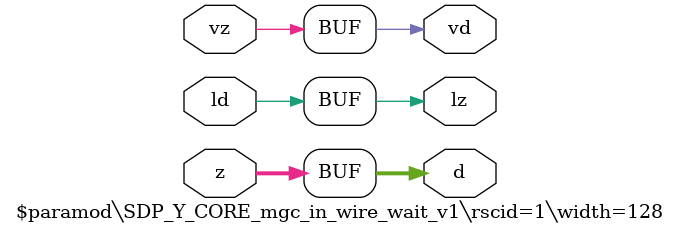
<source format=v>
module \$paramod\SDP_Y_CORE_mgc_in_wire_wait_v1\rscid=1\width=128 (ld, vd, d, lz, vz, z);
  (* src = "./vmod/nvdla/sdp/NV_NVDLA_SDP_CORE_Y_core.v:14" *)
  output [127:0] d;
  (* src = "./vmod/nvdla/sdp/NV_NVDLA_SDP_CORE_Y_core.v:12" *)
  input ld;
  (* src = "./vmod/nvdla/sdp/NV_NVDLA_SDP_CORE_Y_core.v:15" *)
  output lz;
  (* src = "./vmod/nvdla/sdp/NV_NVDLA_SDP_CORE_Y_core.v:13" *)
  output vd;
  (* src = "./vmod/nvdla/sdp/NV_NVDLA_SDP_CORE_Y_core.v:16" *)
  input vz;
  (* src = "./vmod/nvdla/sdp/NV_NVDLA_SDP_CORE_Y_core.v:17" *)
  input [127:0] z;
  assign d = z;
  assign lz = ld;
  assign vd = vz;
endmodule

</source>
